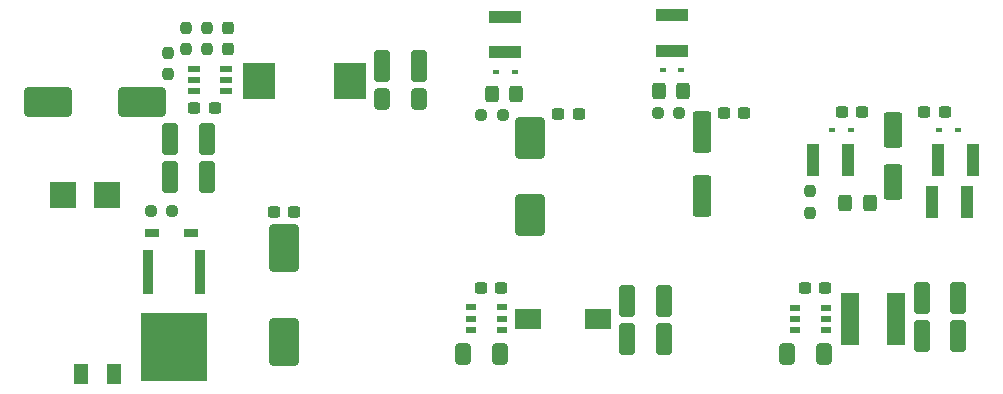
<source format=gbr>
%TF.GenerationSoftware,KiCad,Pcbnew,9.0.4*%
%TF.CreationDate,2025-11-01T22:13:15-04:00*%
%TF.ProjectId,power_distribution,706f7765-725f-4646-9973-747269627574,v1*%
%TF.SameCoordinates,Original*%
%TF.FileFunction,Paste,Top*%
%TF.FilePolarity,Positive*%
%FSLAX46Y46*%
G04 Gerber Fmt 4.6, Leading zero omitted, Abs format (unit mm)*
G04 Created by KiCad (PCBNEW 9.0.4) date 2025-11-01 22:13:15*
%MOMM*%
%LPD*%
G01*
G04 APERTURE LIST*
G04 Aperture macros list*
%AMRoundRect*
0 Rectangle with rounded corners*
0 $1 Rounding radius*
0 $2 $3 $4 $5 $6 $7 $8 $9 X,Y pos of 4 corners*
0 Add a 4 corners polygon primitive as box body*
4,1,4,$2,$3,$4,$5,$6,$7,$8,$9,$2,$3,0*
0 Add four circle primitives for the rounded corners*
1,1,$1+$1,$2,$3*
1,1,$1+$1,$4,$5*
1,1,$1+$1,$6,$7*
1,1,$1+$1,$8,$9*
0 Add four rect primitives between the rounded corners*
20,1,$1+$1,$2,$3,$4,$5,0*
20,1,$1+$1,$4,$5,$6,$7,0*
20,1,$1+$1,$6,$7,$8,$9,0*
20,1,$1+$1,$8,$9,$2,$3,0*%
G04 Aperture macros list end*
%ADD10RoundRect,0.250000X1.750000X1.000000X-1.750000X1.000000X-1.750000X-1.000000X1.750000X-1.000000X0*%
%ADD11R,0.508000X0.355600*%
%ADD12RoundRect,0.250000X-0.412500X-1.100000X0.412500X-1.100000X0.412500X1.100000X-0.412500X1.100000X0*%
%ADD13RoundRect,0.237500X-0.300000X-0.237500X0.300000X-0.237500X0.300000X0.237500X-0.300000X0.237500X0*%
%ADD14RoundRect,0.237500X0.250000X0.237500X-0.250000X0.237500X-0.250000X-0.237500X0.250000X-0.237500X0*%
%ADD15RoundRect,0.250000X-1.000000X1.500000X-1.000000X-1.500000X1.000000X-1.500000X1.000000X1.500000X0*%
%ADD16RoundRect,0.250000X-0.412500X-0.650000X0.412500X-0.650000X0.412500X0.650000X-0.412500X0.650000X0*%
%ADD17R,1.100000X0.599999*%
%ADD18RoundRect,0.250000X-0.325000X-0.450000X0.325000X-0.450000X0.325000X0.450000X-0.325000X0.450000X0*%
%ADD19R,0.914400X3.708400*%
%ADD20R,5.562600X5.791200*%
%ADD21R,0.990600X2.794000*%
%ADD22R,2.180400X2.210000*%
%ADD23RoundRect,0.237500X-0.237500X0.250000X-0.237500X-0.250000X0.237500X-0.250000X0.237500X0.250000X0*%
%ADD24R,0.901700X0.508000*%
%ADD25R,2.794000X0.990600*%
%ADD26RoundRect,0.250000X-1.000000X1.750000X-1.000000X-1.750000X1.000000X-1.750000X1.000000X1.750000X0*%
%ADD27R,2.794000X3.098800*%
%ADD28RoundRect,0.250000X-0.550000X1.500000X-0.550000X-1.500000X0.550000X-1.500000X0.550000X1.500000X0*%
%ADD29RoundRect,0.092500X-0.517500X-0.277500X0.517500X-0.277500X0.517500X0.277500X-0.517500X0.277500X0*%
%ADD30RoundRect,0.237500X0.237500X-0.300000X0.237500X0.300000X-0.237500X0.300000X-0.237500X-0.300000X0*%
%ADD31R,1.270000X1.778000*%
%ADD32RoundRect,0.237500X0.237500X-0.250000X0.237500X0.250000X-0.237500X0.250000X-0.237500X-0.250000X0*%
%ADD33R,2.255799X1.753400*%
%ADD34R,1.600200X4.495800*%
%ADD35RoundRect,0.250000X0.550000X-1.250000X0.550000X1.250000X-0.550000X1.250000X-0.550000X-1.250000X0*%
G04 APERTURE END LIST*
D10*
%TO.C,C9*%
X29137500Y-22337500D03*
X21137500Y-22337500D03*
%TD*%
D11*
%TO.C,D9*%
X96624900Y-24762500D03*
X98225100Y-24762500D03*
%TD*%
D12*
%TO.C,C18*%
X70237500Y-39212500D03*
X73362500Y-39212500D03*
%TD*%
D13*
%TO.C,C21*%
X85262500Y-38112500D03*
X86987500Y-38112500D03*
%TD*%
D14*
%TO.C,R3*%
X74625000Y-23259700D03*
X72800000Y-23259700D03*
%TD*%
D13*
%TO.C,C12*%
X33575000Y-22900000D03*
X35300000Y-22900000D03*
%TD*%
D11*
%TO.C,D7*%
X87574800Y-24762500D03*
X89175000Y-24762500D03*
%TD*%
D15*
%TO.C,C3*%
X62000000Y-25409700D03*
X62000000Y-31909700D03*
%TD*%
D16*
%TO.C,C16*%
X56350000Y-43712500D03*
X59475000Y-43712500D03*
%TD*%
D12*
%TO.C,C11*%
X31487500Y-25500000D03*
X34612500Y-25500000D03*
%TD*%
D17*
%TO.C,U1*%
X33521516Y-19550998D03*
X33521516Y-20500999D03*
X33521516Y-21451000D03*
X36221500Y-21451000D03*
X36221500Y-20500999D03*
X36221500Y-19550998D03*
%TD*%
D18*
%TO.C,D6*%
X72887500Y-21459700D03*
X74937500Y-21459700D03*
%TD*%
D19*
%TO.C,Q1*%
X34027498Y-36787500D03*
D20*
X31832499Y-43137500D03*
D19*
X29637500Y-36787500D03*
%TD*%
D14*
%TO.C,R1*%
X31712500Y-31600000D03*
X29887500Y-31600000D03*
%TD*%
D21*
%TO.C,F6*%
X99522200Y-27312500D03*
X96525000Y-27312500D03*
%TD*%
D22*
%TO.C,D1*%
X26200000Y-30200000D03*
X22485600Y-30200000D03*
%TD*%
D21*
%TO.C,F4*%
X96026400Y-30812500D03*
X99023600Y-30812500D03*
%TD*%
D16*
%TO.C,C14*%
X49437500Y-22087500D03*
X52562500Y-22087500D03*
%TD*%
D23*
%TO.C,R4*%
X85675000Y-29898750D03*
X85675000Y-31723750D03*
%TD*%
D24*
%TO.C,U2*%
X57009000Y-39750000D03*
X57009000Y-40700001D03*
X57009000Y-41650002D03*
X59612500Y-41650002D03*
X59612500Y-40700001D03*
X59612500Y-39750000D03*
%TD*%
D25*
%TO.C,F3*%
X74012500Y-18009700D03*
X74012500Y-15012500D03*
%TD*%
D12*
%TO.C,C19*%
X70237500Y-42462500D03*
X73362500Y-42462500D03*
%TD*%
%TO.C,C23*%
X95137500Y-42212500D03*
X98262500Y-42212500D03*
%TD*%
D26*
%TO.C,C1*%
X41127498Y-34687500D03*
X41127498Y-42687500D03*
%TD*%
D27*
%TO.C,L1*%
X39040850Y-20587500D03*
X46737050Y-20587500D03*
%TD*%
D16*
%TO.C,C20*%
X83762500Y-43712500D03*
X86887500Y-43712500D03*
%TD*%
D18*
%TO.C,D3*%
X58775000Y-21659700D03*
X60825000Y-21659700D03*
%TD*%
D12*
%TO.C,C22*%
X95137500Y-38962500D03*
X98262500Y-38962500D03*
%TD*%
D28*
%TO.C,C5*%
X76512500Y-24909700D03*
X76512500Y-30309700D03*
%TD*%
D29*
%TO.C,D2*%
X29952498Y-33487500D03*
X33302498Y-33487500D03*
%TD*%
D14*
%TO.C,R2*%
X59662500Y-23459700D03*
X57837500Y-23459700D03*
%TD*%
D30*
%TO.C,C13*%
X36387500Y-17850000D03*
X36387500Y-16125000D03*
%TD*%
D13*
%TO.C,C4*%
X64400000Y-23409700D03*
X66125000Y-23409700D03*
%TD*%
%TO.C,C6*%
X78412500Y-23259700D03*
X80137500Y-23259700D03*
%TD*%
%TO.C,C17*%
X57837500Y-38112500D03*
X59562500Y-38112500D03*
%TD*%
D31*
%TO.C,F1*%
X23955200Y-45400000D03*
X26800000Y-45400000D03*
%TD*%
D11*
%TO.C,D5*%
X74812600Y-19659700D03*
X73212400Y-19659700D03*
%TD*%
D32*
%TO.C,R6*%
X34637500Y-17912500D03*
X34637500Y-16087500D03*
%TD*%
D18*
%TO.C,D8*%
X88700000Y-30912500D03*
X90750000Y-30912500D03*
%TD*%
D13*
%TO.C,C2*%
X40275000Y-31662500D03*
X42000000Y-31662500D03*
%TD*%
D25*
%TO.C,F2*%
X59900000Y-18159700D03*
X59900000Y-15162500D03*
%TD*%
D33*
%TO.C,L2*%
X61830600Y-40750000D03*
X67769400Y-40750000D03*
%TD*%
D23*
%TO.C,R5*%
X32887500Y-16087500D03*
X32887500Y-17912500D03*
%TD*%
D24*
%TO.C,U3*%
X84421500Y-39762498D03*
X84421500Y-40712499D03*
X84421500Y-41662500D03*
X87025000Y-41662500D03*
X87025000Y-40712499D03*
X87025000Y-39762498D03*
%TD*%
D13*
%TO.C,C8*%
X88362500Y-23212500D03*
X90087500Y-23212500D03*
%TD*%
D11*
%TO.C,D4*%
X60700100Y-19809700D03*
X59099900Y-19809700D03*
%TD*%
D34*
%TO.C,L3*%
X89049999Y-40700000D03*
X92950001Y-40700000D03*
%TD*%
D12*
%TO.C,C15*%
X49437500Y-19337500D03*
X52562500Y-19337500D03*
%TD*%
%TO.C,C10*%
X31487500Y-28750000D03*
X34612500Y-28750000D03*
%TD*%
D35*
%TO.C,C7*%
X92725000Y-29112500D03*
X92725000Y-24712500D03*
%TD*%
D13*
%TO.C,C24*%
X95362500Y-23212500D03*
X97087500Y-23212500D03*
%TD*%
D21*
%TO.C,F5*%
X85927800Y-27312500D03*
X88925000Y-27312500D03*
%TD*%
D23*
%TO.C,R7*%
X31337500Y-18187500D03*
X31337500Y-20012500D03*
%TD*%
M02*

</source>
